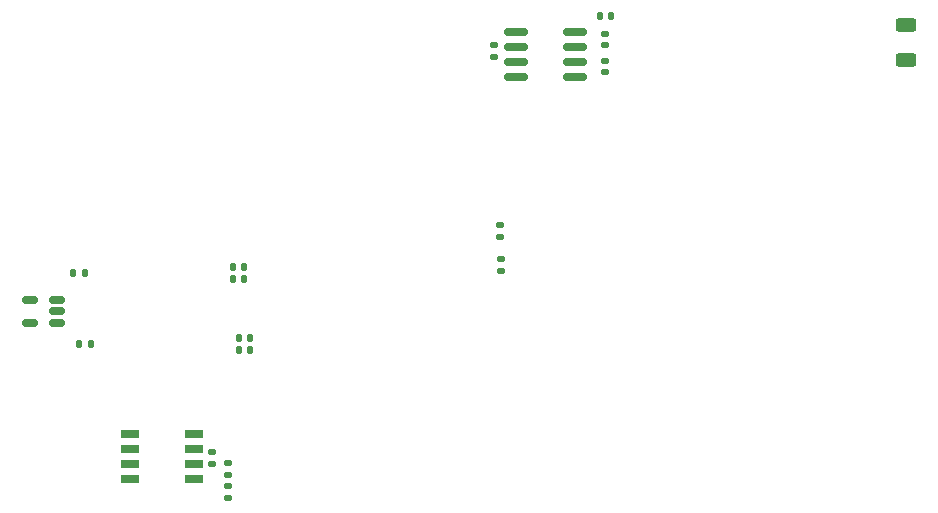
<source format=gbp>
G04 #@! TF.GenerationSoftware,KiCad,Pcbnew,9.0.4*
G04 #@! TF.CreationDate,2025-11-03T14:19:56-05:00*
G04 #@! TF.ProjectId,main_board_v1,6d61696e-5f62-46f6-9172-645f76312e6b,rev?*
G04 #@! TF.SameCoordinates,Original*
G04 #@! TF.FileFunction,Paste,Bot*
G04 #@! TF.FilePolarity,Positive*
%FSLAX46Y46*%
G04 Gerber Fmt 4.6, Leading zero omitted, Abs format (unit mm)*
G04 Created by KiCad (PCBNEW 9.0.4) date 2025-11-03 14:19:56*
%MOMM*%
%LPD*%
G01*
G04 APERTURE LIST*
G04 Aperture macros list*
%AMRoundRect*
0 Rectangle with rounded corners*
0 $1 Rounding radius*
0 $2 $3 $4 $5 $6 $7 $8 $9 X,Y pos of 4 corners*
0 Add a 4 corners polygon primitive as box body*
4,1,4,$2,$3,$4,$5,$6,$7,$8,$9,$2,$3,0*
0 Add four circle primitives for the rounded corners*
1,1,$1+$1,$2,$3*
1,1,$1+$1,$4,$5*
1,1,$1+$1,$6,$7*
1,1,$1+$1,$8,$9*
0 Add four rect primitives between the rounded corners*
20,1,$1+$1,$2,$3,$4,$5,0*
20,1,$1+$1,$4,$5,$6,$7,0*
20,1,$1+$1,$6,$7,$8,$9,0*
20,1,$1+$1,$8,$9,$2,$3,0*%
G04 Aperture macros list end*
%ADD10RoundRect,0.140000X-0.170000X0.140000X-0.170000X-0.140000X0.170000X-0.140000X0.170000X0.140000X0*%
%ADD11RoundRect,0.150000X-0.825000X-0.150000X0.825000X-0.150000X0.825000X0.150000X-0.825000X0.150000X0*%
%ADD12RoundRect,0.140000X0.140000X0.170000X-0.140000X0.170000X-0.140000X-0.170000X0.140000X-0.170000X0*%
%ADD13RoundRect,0.135000X-0.135000X-0.185000X0.135000X-0.185000X0.135000X0.185000X-0.135000X0.185000X0*%
%ADD14RoundRect,0.135000X-0.185000X0.135000X-0.185000X-0.135000X0.185000X-0.135000X0.185000X0.135000X0*%
%ADD15RoundRect,0.135000X0.185000X-0.135000X0.185000X0.135000X-0.185000X0.135000X-0.185000X-0.135000X0*%
%ADD16RoundRect,0.150000X0.512500X0.150000X-0.512500X0.150000X-0.512500X-0.150000X0.512500X-0.150000X0*%
%ADD17RoundRect,0.250000X0.625000X-0.312500X0.625000X0.312500X-0.625000X0.312500X-0.625000X-0.312500X0*%
%ADD18RoundRect,0.140000X0.170000X-0.140000X0.170000X0.140000X-0.170000X0.140000X-0.170000X-0.140000X0*%
%ADD19R,1.500000X0.650000*%
G04 APERTURE END LIST*
D10*
X65250000Y-64170000D03*
X65250000Y-65130000D03*
D11*
X91025000Y-32405000D03*
X91025000Y-31135000D03*
X91025000Y-29865000D03*
X91025000Y-28595000D03*
X95975000Y-28595000D03*
X95975000Y-29865000D03*
X95975000Y-31135000D03*
X95975000Y-32405000D03*
D12*
X67980000Y-49500000D03*
X67020000Y-49500000D03*
X99030000Y-27200000D03*
X98070000Y-27200000D03*
D13*
X53480000Y-49000000D03*
X54500000Y-49000000D03*
D14*
X89650000Y-44940000D03*
X89650000Y-45960000D03*
D13*
X54000000Y-55000000D03*
X55020000Y-55000000D03*
D12*
X68480000Y-55500000D03*
X67520000Y-55500000D03*
D14*
X66575000Y-65040000D03*
X66575000Y-66060000D03*
D10*
X98500000Y-31020000D03*
X98500000Y-31980000D03*
D15*
X89700000Y-48860000D03*
X89700000Y-47840000D03*
D16*
X52137500Y-51300000D03*
X52137500Y-52250000D03*
X52137500Y-53200000D03*
X49862500Y-53200000D03*
X49862500Y-51300000D03*
D14*
X66575000Y-66990000D03*
X66575000Y-68010000D03*
D12*
X68480000Y-54500000D03*
X67520000Y-54500000D03*
D17*
X124000000Y-30962500D03*
X124000000Y-28037500D03*
D18*
X89150000Y-30680000D03*
X89150000Y-29720000D03*
D12*
X67980000Y-48500000D03*
X67020000Y-48500000D03*
D18*
X98500000Y-29730000D03*
X98500000Y-28770000D03*
D19*
X63700000Y-62595000D03*
X63700000Y-63865000D03*
X63700000Y-65135000D03*
X63700000Y-66405000D03*
X58300000Y-66405000D03*
X58300000Y-65135000D03*
X58300000Y-63865000D03*
X58300000Y-62595000D03*
M02*

</source>
